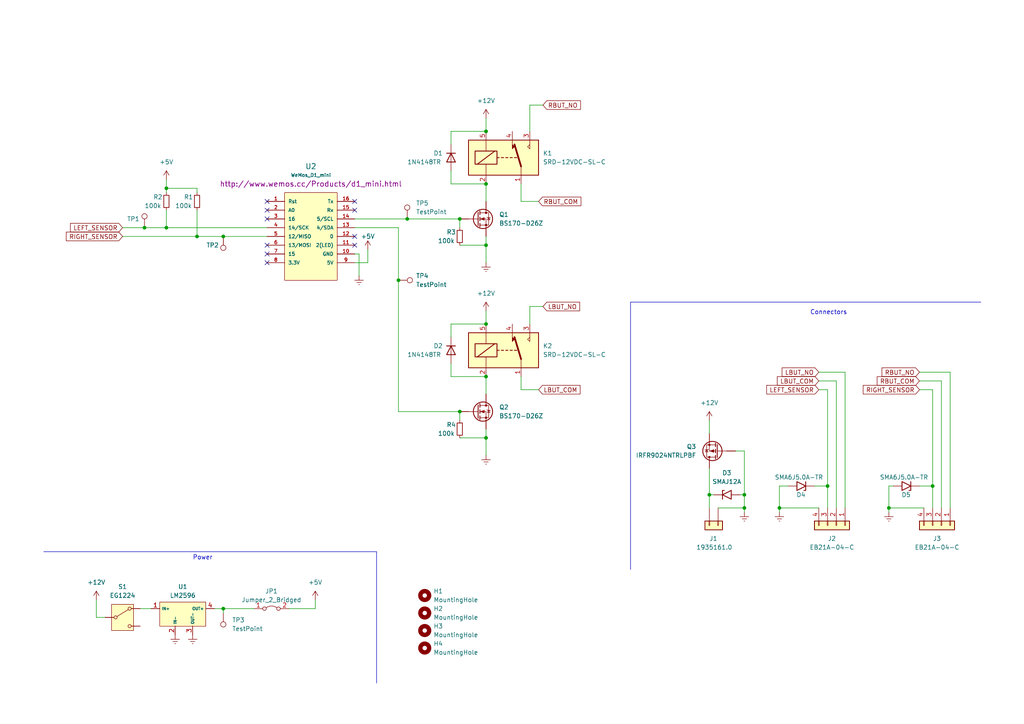
<source format=kicad_sch>
(kicad_sch (version 20230121) (generator eeschema)
  (paper "A4")
  (lib_symbols
    (symbol "000-Connectors:1935161.0" (pin_numbers hide) (pin_names (offset 0.254) hide)
      (property "Reference" "J" (at -1.27 3.81 0))
      (property "Value" "1935161.0" (at -5.08 -3.81 0))
      (symbol "1935161.0_1_1"
        (rectangle (start -1.27 -1.143) (end 0 -1.397) (stroke (width 0.1524)))
        (rectangle (start -1.27 1.397) (end 0 1.143) (stroke (width 0.1524)))
        (rectangle (start -1.27 2.54) (end 1.27 -2.54) (stroke (width 0.254)) (fill (type background)))
        (pin passive line (at -5.08 1.27 0) (length 3.81) (name "Pin_1") (number "1"))
        (pin passive line (at -5.08 -1.27 0) (length 3.81) (name "Pin_2") (number "2"))
      )
    )
    (symbol "000-Connectors:4PinScrewTerminal" (pin_names (offset 1.016) hide)
      (property "Reference" "J" (at 0 5.08 0))
      (property "Value" "EB21A-04-C" (at 0 -7.62 0))
      (symbol "4PinScrewTerminal_1_1"
        (rectangle (start -1.27 -4.953) (end 0 -5.207) (stroke (width 0.1524)))
        (rectangle (start -1.27 -2.413) (end 0 -2.667) (stroke (width 0.1524)))
        (rectangle (start -1.27 0.127) (end 0 -0.127) (stroke (width 0.1524)))
        (rectangle (start -1.27 2.667) (end 0 2.413) (stroke (width 0.1524)))
        (rectangle (start -1.27 3.81) (end 1.27 -6.35) (stroke (width 0.254)) (fill (type background)))
        (pin passive line (at -5.08 2.54 0) (length 3.81) (name "Pin_1") (number "1"))
        (pin passive line (at -5.08 0 0) (length 3.81) (name "Pin_2") (number "2"))
        (pin passive line (at -5.08 -2.54 0) (length 3.81) (name "Pin_3") (number "3"))
        (pin passive line (at -5.08 -5.08 0) (length 3.81) (name "Pin_4") (number "4"))
      )
    )
    (symbol "000-Diodes:1N4148TR" (pin_numbers hide) (pin_names (offset 0.254) hide)
      (property "Reference" "D" (at -1.27 2.54 0))
      (property "Value" "1N4148TR" (at -5.08 -2.54 0))
      (symbol "1N4148TR_1_1"
        (polyline (pts (xy 0 1.27) (xy 0 -1.27)) (stroke (width 0.254)))
        (polyline (pts (xy 2.54 0) (xy 0 0)))
        (polyline (pts (xy 2.54 1.27) (xy 2.54 -1.27) (xy 0 0) (xy 2.54 1.27)) (stroke (width 0.254)))
        (pin passive line (at -2.54 0 0) (length 2.54) (name "K") (number "1"))
        (pin passive line (at 5.08 0 180) (length 2.54) (name "A") (number "2"))
      )
    )
    (symbol "000-Diodes:SMA6J5.0A-TR" (pin_numbers hide) (pin_names (offset 1.016) hide)
      (property "Reference" "D" (at 0 2.54 0))
      (property "Value" "SMA6J5.0A-TR" (at 0 -2.54 0))
      (property "PN" "DIO-011" (at 0 0 0))
      (property "Digikey PN" "497-5938-1-ND" (at 0 0 0))
      (symbol "SMA6J5.0A-TR_0_1"
        (polyline (pts (xy -0.762 1.27) (xy -1.27 1.27) (xy -1.27 -1.27)) (stroke (width 0.254)))
        (polyline (pts (xy 1.27 1.27) (xy 1.27 -1.27) (xy -1.27 0) (xy 1.27 1.27)) (stroke (width 0.254)))
      )
      (symbol "SMA6J5.0A-TR_1_1"
        (pin passive line (at -3.81 0 0) (length 2.54) (name "A1") (number "1"))
        (pin passive line (at 3.81 0 180) (length 2.54) (name "A2") (number "2"))
      )
    )
    (symbol "000-Diodes:SMAJ12A" (pin_numbers hide) (pin_names (offset 1.016) hide)
      (property "Reference" "D" (at 0 2.54 0))
      (property "Value" "SMAJ12A" (at 0 -2.54 0))
      (symbol "SMAJ12A_0_1"
        (polyline (pts (xy -0.762 1.27) (xy -1.27 1.27) (xy -1.27 -1.27)) (stroke (width 0.254)))
        (polyline (pts (xy 1.27 1.27) (xy 1.27 -1.27) (xy -1.27 0) (xy 1.27 1.27)) (stroke (width 0.254)))
      )
      (symbol "SMAJ12A_1_1"
        (pin passive line (at -3.81 0 0) (length 2.54) (name "A1") (number "1"))
        (pin passive line (at 3.81 0 180) (length 2.54) (name "A2") (number "2"))
      )
    )
    (symbol "000-MCUs:WeMos_D1_mini" (pin_names (offset 1.016))
      (property "Reference" "U" (at 0 12.7 0))
      (property "Value" "WeMos_D1_mini" (at 0 -12.7 0))
      (property "Datasheet" "http://www.wemos.cc/Products/d1_mini.html" (at 1.27 -16.51 0))
      (symbol "WeMos_D1_mini_1_1"
        (rectangle (start -7.62 11.43) (end 7.62 -13.97) (fill (type background)))
        (pin bidirectional line (at -12.7 8.89 0) (length 5.08) (name "Rst") (number "1"))
        (pin power_in line (at 12.7 -6.35 180) (length 5.08) (name "GND") (number "10"))
        (pin bidirectional line (at 12.7 -3.81 180) (length 5.08) (name "2(LED)") (number "11"))
        (pin bidirectional line (at 12.7 -1.27 180) (length 5.08) (name "0") (number "12"))
        (pin bidirectional line (at 12.7 1.27 180) (length 5.08) (name "4/SDA") (number "13"))
        (pin bidirectional line (at 12.7 3.81 180) (length 5.08) (name "5/SCL") (number "14"))
        (pin bidirectional line (at 12.7 6.35 180) (length 5.08) (name "Rx") (number "15"))
        (pin bidirectional line (at 12.7 8.89 180) (length 5.08) (name "Tx") (number "16"))
        (pin bidirectional line (at -12.7 6.35 0) (length 5.08) (name "A0") (number "2"))
        (pin bidirectional line (at -12.7 3.81 0) (length 5.08) (name "16") (number "3"))
        (pin bidirectional line (at -12.7 1.27 0) (length 5.08) (name "14/SCK") (number "4"))
        (pin bidirectional line (at -12.7 -1.27 0) (length 5.08) (name "12/MISO") (number "5"))
        (pin bidirectional line (at -12.7 -3.81 0) (length 5.08) (name "13/MOSI") (number "6"))
        (pin bidirectional line (at -12.7 -6.35 0) (length 5.08) (name "15") (number "7"))
        (pin power_out line (at -12.7 -8.89 0) (length 5.08) (name "3.3V") (number "8"))
        (pin power_in line (at 12.7 -8.89 180) (length 5.08) (name "5V") (number "9"))
      )
    )
    (symbol "000-Misc:EG1224" (pin_numbers hide) (pin_names (offset 0.254) hide)
      (property "Reference" "S" (at -1.27 -5.08 0))
      (property "Value" "EG1224" (at -3.81 -7.62 0))
      (symbol "EG1224_0_1"
        (circle (center -2.032 0) (radius 0.4572))
        (polyline (pts (xy -1.651 0.254) (xy 1.651 2.286)))
        (circle (center 2.032 -2.54) (radius 0.4572))
        (circle (center 2.032 2.54) (radius 0.4572))
      )
      (symbol "EG1224_1_1"
        (rectangle (start -3.175 3.81) (end 3.175 -3.81) (fill (type background)))
        (pin passive line (at 5.08 -2.54 180) (length 2.54) (name "C") (number "1"))
        (pin passive line (at -5.08 0 0) (length 2.54) (name "B") (number "2"))
        (pin passive line (at 5.08 2.54 180) (length 2.54) (name "A") (number "3"))
      )
    )
    (symbol "000-Misc:LM2596Module"
      (property "Reference" "U" (at -6.35 5.715 0))
      (property "Value" "LM2596" (at 2.54 5.715 0))
      (symbol "LM2596Module_1_1"
        (rectangle (start -6.985 4.445) (end 6.35 -2.54) (fill (type background)))
        (pin passive line (at -9.525 2.54 0) (length 2.54) (name "IN+") (number "1"))
        (pin passive line (at -2.54 -5.08 90) (length 2.54) (name "IN-") (number "2"))
        (pin passive line (at 2.54 -5.08 90) (length 2.54) (name "OUT-") (number "3"))
        (pin passive line (at 8.89 2.54 180) (length 2.54) (name "OUT+") (number "4"))
      )
    )
    (symbol "000-Misc:SRD-12VDC-SL-C"
      (property "Reference" "K" (at 11.43 3.81 0))
      (property "Value" "SRD-12VDC-SL-C" (at 11.43 1.27 0))
      (symbol "SRD-12VDC-SL-C_0_0"
        (polyline (pts (xy 7.62 5.08) (xy 7.62 2.54) (xy 6.985 3.175) (xy 7.62 3.81)))
      )
      (symbol "SRD-12VDC-SL-C_0_1"
        (rectangle (start -10.16 5.08) (end 10.16 -5.08) (stroke (width 0.254)) (fill (type background)))
        (rectangle (start -8.255 1.905) (end -1.905 -1.905) (stroke (width 0.254)))
        (polyline (pts (xy -7.62 -1.905) (xy -2.54 1.905)) (stroke (width 0.254)))
        (polyline (pts (xy -5.08 -5.08) (xy -5.08 -1.905)))
        (polyline (pts (xy -5.08 5.08) (xy -5.08 1.905)))
        (polyline (pts (xy -1.905 0) (xy -1.27 0)) (stroke (width 0.254)))
        (polyline (pts (xy -0.635 0) (xy 0 0)) (stroke (width 0.254)))
        (polyline (pts (xy 0.635 0) (xy 1.27 0)) (stroke (width 0.254)))
        (polyline (pts (xy 1.905 0) (xy 2.54 0)) (stroke (width 0.254)))
        (polyline (pts (xy 3.175 0) (xy 3.81 0)) (stroke (width 0.254)))
        (polyline (pts (xy 5.08 -2.54) (xy 3.175 3.81)) (stroke (width 0.508)))
        (polyline (pts (xy 5.08 -2.54) (xy 5.08 -5.08)))
        (polyline (pts (xy 2.54 5.08) (xy 2.54 2.54) (xy 3.175 3.175) (xy 2.54 3.81)) (fill (type outline)))
      )
      (symbol "SRD-12VDC-SL-C_1_1"
        (pin passive line (at 5.08 -7.62 90) (length 2.54) (name "~") (number "1"))
        (pin passive line (at -5.08 -7.62 90) (length 2.54) (name "~") (number "2"))
        (pin passive line (at 7.62 7.62 270) (length 2.54) (name "~") (number "3"))
        (pin passive line (at 2.54 7.62 270) (length 2.54) (name "~") (number "4"))
        (pin passive line (at -5.08 7.62 270) (length 2.54) (name "~") (number "5"))
      )
    )
    (symbol "000-Mosfets:BS170-D26Z" (pin_numbers hide) (pin_names (offset 0.254) hide)
      (property "Reference" "Q" (at 0.635 -3.81 0))
      (property "Value" "BS170-D26Z" (at 0.635 -5.715 0))
      (symbol "BS170-D26Z_0_1"
        (circle (center -0.889 0) (radius 2.794) (stroke (width 0.254)))
        (circle (center 0 -1.778) (radius 0.254) (fill (type outline)))
        (polyline (pts (xy -2.286 0) (xy -5.08 0)))
        (polyline (pts (xy -2.286 1.905) (xy -2.286 -1.905)) (stroke (width 0.254)))
        (polyline (pts (xy -1.778 -1.27) (xy -1.778 -2.286)) (stroke (width 0.254)))
        (polyline (pts (xy -1.778 0.508) (xy -1.778 -0.508)) (stroke (width 0.254)))
        (polyline (pts (xy -1.778 2.286) (xy -1.778 1.27)) (stroke (width 0.254)))
        (polyline (pts (xy 0 2.54) (xy 0 1.778)))
        (polyline (pts (xy 0 -2.54) (xy 0 0) (xy -1.778 0)))
        (polyline (pts (xy -1.778 -1.778) (xy 0.762 -1.778) (xy 0.762 1.778) (xy -1.778 1.778)))
        (polyline (pts (xy -1.524 0) (xy -0.508 0.381) (xy -0.508 -0.381) (xy -1.524 0)) (fill (type outline)))
        (polyline (pts (xy 0.254 0.508) (xy 0.381 0.381) (xy 1.143 0.381) (xy 1.27 0.254)))
        (polyline (pts (xy 0.762 0.381) (xy 0.381 -0.254) (xy 1.143 -0.254) (xy 0.762 0.381)))
        (circle (center 0 1.778) (radius 0.254) (fill (type outline)))
      )
      (symbol "BS170-D26Z_1_1"
        (pin passive line (at 0 5.08 270) (length 2.54) (name "D") (number "1"))
        (pin input line (at -7.62 0 0) (length 2.54) (name "G") (number "2"))
        (pin passive line (at 0 -5.08 90) (length 2.54) (name "S") (number "3"))
      )
    )
    (symbol "000-Mosfets:IRFR9024NTRLPBF" (pin_numbers hide) (pin_names (offset 0.254) hide)
      (property "Reference" "Q" (at 0.635 -3.81 0))
      (property "Value" "IRFR9024NTRLPBF" (at 0.635 -5.715 0))
      (symbol "IRFR9024NTRLPBF_0_1"
        (circle (center -0.889 0) (radius 2.794) (stroke (width 0.254)))
        (circle (center 0 -1.778) (radius 0.254) (fill (type outline)))
        (polyline (pts (xy -2.286 0) (xy -5.08 0)))
        (polyline (pts (xy -2.286 1.905) (xy -2.286 -1.905)) (stroke (width 0.254)))
        (polyline (pts (xy -1.778 -1.27) (xy -1.778 -2.286)) (stroke (width 0.254)))
        (polyline (pts (xy -1.778 0.508) (xy -1.778 -0.508)) (stroke (width 0.254)))
        (polyline (pts (xy -1.778 2.286) (xy -1.778 1.27)) (stroke (width 0.254)))
        (polyline (pts (xy 0 2.54) (xy 0 1.778)))
        (polyline (pts (xy 0 -2.54) (xy 0 0) (xy -1.778 0)))
        (polyline (pts (xy -1.778 1.778) (xy 0.762 1.778) (xy 0.762 -1.778) (xy -1.778 -1.778)))
        (polyline (pts (xy -0.254 0) (xy -1.27 0.381) (xy -1.27 -0.381) (xy -0.254 0)) (fill (type outline)))
        (polyline (pts (xy 0.254 -0.508) (xy 0.381 -0.381) (xy 1.143 -0.381) (xy 1.27 -0.254)))
        (polyline (pts (xy 0.762 -0.381) (xy 0.381 0.254) (xy 1.143 0.254) (xy 0.762 -0.381)))
        (circle (center 0 1.778) (radius 0.254) (fill (type outline)))
      )
      (symbol "IRFR9024NTRLPBF_1_1"
        (pin input line (at -7.62 0 0) (length 2.54) (name "G") (number "1"))
        (pin passive line (at 0 5.08 270) (length 2.54) (name "D") (number "2"))
        (pin passive line (at 0 -5.08 90) (length 2.54) (name "S") (number "3"))
      )
    )
    (symbol "Connector:TestPoint" (pin_numbers hide) (pin_names (offset 0.762) hide)
      (property "Reference" "TP" (at 0 6.858 0))
      (property "Value" "TestPoint" (at 0 5.08 0))
      (symbol "TestPoint_0_1"
        (circle (center 0 3.302) (radius 0.762))
      )
      (symbol "TestPoint_1_1"
        (pin passive line (at 0 0 90) (length 2.54) (name "1") (number "1"))
      )
    )
    (symbol "Device:R_Small" (pin_numbers hide) (pin_names (offset 0.254) hide)
      (property "Reference" "R" (at 0.762 0.508 0))
      (property "Value" "R_Small" (at 0.762 -1.016 0))
      (symbol "R_Small_0_1"
        (rectangle (start -0.762 1.778) (end 0.762 -1.778) (stroke (width 0.2032)))
      )
      (symbol "R_Small_1_1"
        (pin passive line (at 0 2.54 270) (length 0.762) (name "~") (number "1"))
        (pin passive line (at 0 -2.54 90) (length 0.762) (name "~") (number "2"))
      )
    )
    (symbol "Jumper:Jumper_2_Bridged" (pin_names (offset 0) hide)
      (property "Reference" "JP" (at 0 1.905 0))
      (property "Value" "Jumper_2_Bridged" (at 0 -2.54 0))
      (symbol "Jumper_2_Bridged_0_0"
        (circle (center -2.032 0) (radius 0.508))
        (circle (center 2.032 0) (radius 0.508))
      )
      (symbol "Jumper_2_Bridged_0_1"
        (arc (start 1.524 0.254) (mid 0 0.762) (end -1.524 0.254))
      )
      (symbol "Jumper_2_Bridged_1_1"
        (pin passive line (at -5.08 0 0) (length 2.54) (name "A") (number "1"))
        (pin passive line (at 5.08 0 180) (length 2.54) (name "B") (number "2"))
      )
    )
    (symbol "Mechanical:MountingHole" (pin_names (offset 1.016))
      (property "Reference" "H" (at 0 5.08 0))
      (property "Value" "MountingHole" (at 0 3.175 0))
      (symbol "MountingHole_0_1"
        (circle (center 0 0) (radius 1.27) (stroke (width 1.27)))
      )
    )
    (symbol "power:+12V" (power) (pin_names (offset 0))
      (property "Value" "+12V" (at 0 3.556 0))
      (symbol "+12V_0_1"
        (polyline (pts (xy -0.762 1.27) (xy 0 2.54)))
        (polyline (pts (xy 0 0) (xy 0 2.54)))
        (polyline (pts (xy 0 2.54) (xy 0.762 1.27)))
      )
      (symbol "+12V_1_1"
        (pin power_in line (at 0 0 90) (length 0) hide (name "+12V") (number "1"))
      )
    )
    (symbol "power:+5V" (power) (pin_names (offset 0))
      (property "Value" "+5V" (at 0 3.556 0))
      (symbol "+5V_0_1"
        (polyline (pts (xy -0.762 1.27) (xy 0 2.54)))
        (polyline (pts (xy 0 0) (xy 0 2.54)))
        (polyline (pts (xy 0 2.54) (xy 0.762 1.27)))
      )
      (symbol "+5V_1_1"
        (pin power_in line (at 0 0 90) (length 0) hide (name "+5V") (number "1"))
      )
    )
    (symbol "power:Earth" (power) (pin_names (offset 0))
      (symbol "Earth_0_1"
        (polyline (pts (xy -0.635 -1.905) (xy 0.635 -1.905)))
        (polyline (pts (xy -0.127 -2.54) (xy 0.127 -2.54)))
        (polyline (pts (xy 0 -1.27) (xy 0 0)))
        (polyline (pts (xy 1.27 -1.27) (xy -1.27 -1.27)))
      )
      (symbol "Earth_1_1"
        (pin power_in line (at 0 0 270) (length 0) hide (name "Earth") (number "1"))
      )
    )
  )
  (junction (at 48.26 54.61))
  (junction (at 140.97 127))
  (junction (at 41.91 66.04))
  (junction (at 215.9 147.32))
  (junction (at 215.9 143.51))
  (junction (at 257.81 147.32))
  (junction (at 226.06 147.32))
  (junction (at 133.35 119.38))
  (junction (at 140.97 93.98))
  (junction (at 64.77 68.58))
  (junction (at 140.97 53.34))
  (junction (at 64.77 176.53))
  (junction (at 270.51 140.97))
  (junction (at 140.97 38.1))
  (junction (at 115.57 81.28))
  (junction (at 205.74 143.51))
  (junction (at 240.03 140.97))
  (junction (at 140.97 109.22))
  (junction (at 57.15 68.58))
  (junction (at 48.26 66.04))
  (junction (at 118.11 63.5))
  (junction (at 140.97 71.12))
  (junction (at 133.35 63.5))
  (no_connect (at 77.47 76.2))
  (no_connect (at 77.47 58.42))
  (no_connect (at 77.47 73.66))
  (no_connect (at 77.47 71.12))
  (no_connect (at 77.47 63.5))
  (no_connect (at 102.87 60.96))
  (no_connect (at 77.47 60.96))
  (no_connect (at 102.87 68.58))
  (no_connect (at 102.87 71.12))
  (no_connect (at 102.87 58.42))
  (wire (pts (xy 226.06 140.97) (xy 226.06 147.32)))
  (wire (pts (xy 35.56 66.04) (xy 41.91 66.04)))
  (wire (pts (xy 266.7 140.97) (xy 270.51 140.97)))
  (wire (pts (xy 157.48 88.9) (xy 153.67 88.9)))
  (wire (pts (xy 140.97 109.22) (xy 140.97 114.3)))
  (wire (pts (xy 205.74 143.51) (xy 205.74 147.32)))
  (wire (pts (xy 48.26 52.07) (xy 48.26 54.61)))
  (wire (pts (xy 240.03 113.03) (xy 240.03 140.97)))
  (wire (pts (xy 266.7 110.49) (xy 273.05 110.49)))
  (wire (pts (xy 62.23 176.53) (xy 64.77 176.53)))
  (wire (pts (xy 140.97 76.2) (xy 140.97 71.12)))
  (wire (pts (xy 102.87 66.04) (xy 115.57 66.04)))
  (wire (pts (xy 140.97 127) (xy 140.97 124.46)))
  (wire (pts (xy 153.67 88.9) (xy 153.67 93.98)))
  (wire (pts (xy 102.87 76.2) (xy 106.68 76.2)))
  (wire (pts (xy 118.11 63.5) (xy 133.35 63.5)))
  (wire (pts (xy 130.81 49.53) (xy 130.81 53.34)))
  (wire (pts (xy 257.81 140.97) (xy 257.81 147.32)))
  (wire (pts (xy 115.57 66.04) (xy 115.57 81.28)))
  (wire (pts (xy 57.15 60.96) (xy 57.15 68.58)))
  (wire (pts (xy 140.97 53.34) (xy 140.97 58.42)))
  (wire (pts (xy 270.51 113.03) (xy 270.51 140.97)))
  (wire (pts (xy 259.08 140.97) (xy 257.81 140.97)))
  (wire (pts (xy 48.26 54.61) (xy 48.26 55.88)))
  (wire (pts (xy 205.74 121.92) (xy 205.74 125.73)))
  (wire (pts (xy 133.35 121.92) (xy 133.35 119.38)))
  (wire (pts (xy 57.15 68.58) (xy 64.77 68.58)))
  (wire (pts (xy 41.91 66.04) (xy 48.26 66.04)))
  (wire (pts (xy 130.81 97.79) (xy 130.81 93.98)))
  (wire (pts (xy 130.81 38.1) (xy 140.97 38.1)))
  (wire (pts (xy 242.57 110.49) (xy 242.57 147.32)))
  (wire (pts (xy 91.44 176.53) (xy 91.44 173.99)))
  (wire (pts (xy 64.77 68.58) (xy 77.47 68.58)))
  (wire (pts (xy 156.21 113.03) (xy 151.13 113.03)))
  (wire (pts (xy 64.77 176.53) (xy 73.66 176.53)))
  (wire (pts (xy 27.94 179.07) (xy 27.94 173.99)))
  (wire (pts (xy 140.97 90.17) (xy 140.97 93.98)))
  (wire (pts (xy 153.67 30.48) (xy 153.67 38.1)))
  (wire (pts (xy 140.97 34.29) (xy 140.97 38.1)))
  (wire (pts (xy 102.87 73.66) (xy 104.14 73.66)))
  (wire (pts (xy 257.81 147.32) (xy 267.97 147.32)))
  (wire (pts (xy 48.26 66.04) (xy 77.47 66.04)))
  (polyline (pts (xy 182.88 165.1) (xy 182.88 87.63)))
  (wire (pts (xy 83.82 176.53) (xy 91.44 176.53)))
  (wire (pts (xy 130.81 109.22) (xy 140.97 109.22)))
  (wire (pts (xy 130.81 53.34) (xy 140.97 53.34)))
  (wire (pts (xy 215.9 147.32) (xy 215.9 148.59)))
  (polyline (pts (xy 12.7 160.02) (xy 109.22 160.02)))
  (wire (pts (xy 226.06 147.32) (xy 226.06 148.59)))
  (wire (pts (xy 245.11 107.95) (xy 245.11 147.32)))
  (wire (pts (xy 57.15 54.61) (xy 57.15 55.88)))
  (wire (pts (xy 104.14 73.66) (xy 104.14 80.01)))
  (wire (pts (xy 140.97 132.08) (xy 140.97 127)))
  (wire (pts (xy 215.9 130.81) (xy 215.9 143.51)))
  (wire (pts (xy 240.03 140.97) (xy 240.03 147.32)))
  (wire (pts (xy 64.77 177.8) (xy 64.77 176.53)))
  (wire (pts (xy 266.7 113.03) (xy 270.51 113.03)))
  (wire (pts (xy 27.94 179.07) (xy 30.48 179.07)))
  (wire (pts (xy 237.49 107.95) (xy 245.11 107.95)))
  (wire (pts (xy 140.97 71.12) (xy 140.97 68.58)))
  (wire (pts (xy 115.57 119.38) (xy 133.35 119.38)))
  (wire (pts (xy 205.74 135.89) (xy 205.74 143.51)))
  (wire (pts (xy 48.26 54.61) (xy 57.15 54.61)))
  (wire (pts (xy 133.35 63.5) (xy 133.35 66.04)))
  (wire (pts (xy 102.87 63.5) (xy 118.11 63.5)))
  (polyline (pts (xy 109.22 160.02) (xy 109.22 198.12)))
  (wire (pts (xy 213.36 130.81) (xy 215.9 130.81)))
  (wire (pts (xy 35.56 68.58) (xy 57.15 68.58)))
  (polyline (pts (xy 182.88 165.1) (xy 182.88 165.1)))
  (wire (pts (xy 106.68 76.2) (xy 106.68 72.39)))
  (wire (pts (xy 157.48 30.48) (xy 153.67 30.48)))
  (wire (pts (xy 215.9 143.51) (xy 215.9 147.32)))
  (wire (pts (xy 237.49 110.49) (xy 242.57 110.49)))
  (wire (pts (xy 130.81 105.41) (xy 130.81 109.22)))
  (wire (pts (xy 40.64 176.53) (xy 43.815 176.53)))
  (wire (pts (xy 133.35 71.12) (xy 140.97 71.12)))
  (wire (pts (xy 270.51 140.97) (xy 270.51 147.32)))
  (wire (pts (xy 228.6 140.97) (xy 226.06 140.97)))
  (wire (pts (xy 257.81 147.32) (xy 257.81 148.59)))
  (wire (pts (xy 266.7 107.95) (xy 275.59 107.95)))
  (wire (pts (xy 48.26 60.96) (xy 48.26 66.04)))
  (wire (pts (xy 156.21 58.42) (xy 151.13 58.42)))
  (wire (pts (xy 208.28 147.32) (xy 215.9 147.32)))
  (wire (pts (xy 237.49 113.03) (xy 240.03 113.03)))
  (wire (pts (xy 275.59 107.95) (xy 275.59 147.32)))
  (wire (pts (xy 226.06 147.32) (xy 237.49 147.32)))
  (wire (pts (xy 130.81 93.98) (xy 140.97 93.98)))
  (wire (pts (xy 236.22 140.97) (xy 240.03 140.97)))
  (wire (pts (xy 273.05 110.49) (xy 273.05 147.32)))
  (wire (pts (xy 133.35 127) (xy 140.97 127)))
  (wire (pts (xy 214.63 143.51) (xy 215.9 143.51)))
  (wire (pts (xy 151.13 58.42) (xy 151.13 53.34)))
  (wire (pts (xy 205.74 143.51) (xy 207.01 143.51)))
  (wire (pts (xy 115.57 81.28) (xy 115.57 119.38)))
  (wire (pts (xy 151.13 113.03) (xy 151.13 109.22)))
  (wire (pts (xy 130.81 41.91) (xy 130.81 38.1)))
  (polyline (pts (xy 284.48 87.63) (xy 182.88 87.63)))
  (text "Connectors" (at 234.95 91.44 0) (effects (font (size 1.27 1.27)) (justify left bottom)))
  (text "Power" (at 55.88 162.56 0) (effects (font (size 1.27 1.27)) (justify left bottom)))
  (global_label "RIGHT_SENSOR" (shape input) (at 266.7 113.03 180) (property "Intersheetrefs" "${INTERSHEET_REFS}" (effects hide)))
  (global_label "LBUT_COM" (shape input) (at 156.21 113.03 0) (property "Intersheetrefs" "${INTERSHEET_REFS}" (effects hide)))
  (global_label "LEFT_SENSOR" (shape input) (at 35.56 66.04 180) (property "Intersheetrefs" "${INTERSHEET_REFS}" (effects hide)))
  (global_label "RIGHT_SENSOR" (shape input) (at 35.56 68.58 180) (property "Intersheetrefs" "${INTERSHEET_REFS}" (effects hide)))
  (global_label "RBUT_COM" (shape input) (at 156.21 58.42 0) (property "Intersheetrefs" "${INTERSHEET_REFS}" (effects hide)))
  (global_label "LBUT_NO" (shape input) (at 157.48 88.9 0) (property "Intersheetrefs" "${INTERSHEET_REFS}" (effects hide)))
  (global_label "LEFT_SENSOR" (shape input) (at 237.49 113.03 180) (property "Intersheetrefs" "${INTERSHEET_REFS}" (effects hide)))
  (global_label "RBUT_NO" (shape input) (at 157.48 30.48 0) (property "Intersheetrefs" "${INTERSHEET_REFS}" (effects hide)))
  (global_label "RBUT_COM" (shape input) (at 266.7 110.49 180) (property "Intersheetrefs" "${INTERSHEET_REFS}" (effects hide)))
  (global_label "LBUT_NO" (shape input) (at 237.49 107.95 180) (property "Intersheetrefs" "${INTERSHEET_REFS}" (effects hide)))
  (global_label "RBUT_NO" (shape input) (at 266.7 107.95 180) (property "Intersheetrefs" "${INTERSHEET_REFS}" (effects hide)))
  (global_label "LBUT_COM" (shape input) (at 237.49 110.49 180) (property "Intersheetrefs" "${INTERSHEET_REFS}" (effects hide)))
  (symbol (lib_id "Mechanical:MountingHole") (at 123.19 187.96 0) (unit 1)
    (property "Reference" "H4" (at 125.73 186.69 0) (effects (justify left)))
    (property "Value" "MountingHole" (at 125.73 189.23 0) (effects (justify left)))
    (property "Footprint" "MountingHole:MountingHole_3.2mm_M3" (effects hide))
  )
  (symbol (lib_id "power:+12V") (at 140.97 34.29 0) (unit 1)
    (property "Reference" "#PWR08" (effects hide))
    (property "Value" "+12V" (at 140.97 29.21 0))
  )
  (symbol (lib_id "000-Misc:EG1224") (at 35.56 179.07 0) (unit 1)
    (property "Reference" "S1" (at 35.56 170.18 0))
    (property "Value" "EG1224" (at 35.56 172.72 0))
    (property "Footprint" "000-Footprints:SW_E-Switch_EG1224_SPDT_Angled" (effects hide))
    (property "PN" "MISC-006" (effects hide))
    (property "Digikey PN" "EG2585-ND" (effects hide))
  )
  (symbol (lib_id "000-Connectors:1935161.0") (at 207.01 152.4 270) (unit 1)
    (property "Reference" "J1" (at 205.74 156.21 90) (effects (justify left)))
    (property "Value" "1935161.0" (at 201.93 158.75 90) (effects (justify left)))
    (property "Footprint" "TerminalBlock:TerminalBlock_bornier-2_P5.08mm" (effects hide))
    (property "PN" "CON-005" (effects hide))
    (property "Digikey PN" "277-1667-ND" (effects hide))
  )
  (symbol (lib_id "000-Diodes:1N4148TR") (at 130.81 44.45 270) (unit 1)
    (property "Reference" "D1" (at 125.73 44.45 90) (effects (justify left)))
    (property "Value" "1N4148TR" (at 118.11 46.99 90) (effects (justify left)))
    (property "Footprint" "Diode_THT:D_DO-35_SOD27_P10.16mm_Horizontal" (effects hide))
    (property "PN" "DIO-004" (effects hide))
    (property "Digikey PN" "1N4148FSCT-ND" (effects hide))
  )
  (symbol (lib_id "power:Earth") (at 104.14 80.01 0) (unit 1)
    (property "Reference" "#PWR06" (effects hide))
    (property "Value" "Earth" (effects hide))
  )
  (symbol (lib_id "000-MCUs:WeMos_D1_mini") (at 90.17 67.31 0) (unit 1)
    (property "Reference" "U2" (at 90.17 48.26 0) (effects (font (size 1.524 1.524))))
    (property "Value" "WeMos_D1_mini" (at 90.17 50.8 0) (effects (font (size 1 1))))
    (property "Footprint" "000-Footprints:wemos-d1-mini-with-pin-header-and-connector" (effects hide))
    (property "Datasheet" "http://www.wemos.cc/Products/d1_mini.html" (at 90.17 53.34 0) (effects (font (size 1.524 1.524))))
  )
  (symbol (lib_id "Jumper:Jumper_2_Bridged") (at 78.74 176.53 0) (unit 1)
    (property "Reference" "JP1" (at 78.74 171.45 0))
    (property "Value" "Jumper_2_Bridged" (at 78.74 173.99 0))
    (property "Footprint" "Connector_PinHeader_2.54mm:PinHeader_1x02_P2.54mm_Vertical" (effects hide))
  )
  (symbol (lib_id "power:+5V") (at 91.44 173.99 0) (unit 1)
    (property "Reference" "#PWR05" (effects hide))
    (property "Value" "+5V" (at 91.44 168.91 0))
  )
  (symbol (lib_id "power:Earth") (at 226.06 148.59 0) (unit 1)
    (property "Reference" "#PWR014" (effects hide))
    (property "Value" "Earth" (effects hide))
  )
  (symbol (lib_id "power:Earth") (at 50.8 184.15 0) (unit 1)
    (property "Reference" "#PWR02" (effects hide))
    (property "Value" "Earth" (effects hide))
  )
  (symbol (lib_id "Device:R_Small") (at 133.35 124.46 0) (unit 1)
    (property "Reference" "R4" (at 129.54 123.19 0) (effects (justify left)))
    (property "Value" "100k" (at 127 125.73 0) (effects (justify left)))
    (property "Footprint" "Resistor_THT:R_Axial_DIN0207_L6.3mm_D2.5mm_P15.24mm_Horizontal" (effects hide))
  )
  (symbol (lib_id "Mechanical:MountingHole") (at 123.19 177.8 0) (unit 1)
    (property "Reference" "H2" (at 125.73 176.53 0) (effects (justify left)))
    (property "Value" "MountingHole" (at 125.73 179.07 0) (effects (justify left)))
    (property "Footprint" "MountingHole:MountingHole_3.2mm_M3" (effects hide))
  )
  (symbol (lib_id "power:Earth") (at 140.97 76.2 0) (unit 1)
    (property "Reference" "#PWR09" (effects hide))
    (property "Value" "Earth" (effects hide))
  )
  (symbol (lib_id "power:+5V") (at 106.68 72.39 0) (unit 1)
    (property "Reference" "#PWR07" (effects hide))
    (property "Value" "+5V" (at 106.68 68.58 0))
  )
  (symbol (lib_id "Mechanical:MountingHole") (at 123.19 172.72 0) (unit 1)
    (property "Reference" "H1" (at 125.73 171.45 0) (effects (justify left)))
    (property "Value" "MountingHole" (at 125.73 173.99 0) (effects (justify left)))
    (property "Footprint" "MountingHole:MountingHole_3.2mm_M3" (effects hide))
  )
  (symbol (lib_id "000-Misc:SRD-12VDC-SL-C") (at 146.05 45.72 0) (unit 1)
    (property "Reference" "K1" (at 157.48 44.45 0) (effects (justify left)))
    (property "Value" "SRD-12VDC-SL-C" (at 157.48 46.99 0) (effects (justify left)))
    (property "Footprint" "000-Footprints:Relay_SPDT_Songle" (effects hide))
    (property "Datasheet" "https://www.finder-relais.net/de/finder-relais-serie-40.pdf" (effects hide))
  )
  (symbol (lib_id "power:Earth") (at 140.97 132.08 0) (unit 1)
    (property "Reference" "#PWR011" (effects hide))
    (property "Value" "Earth" (effects hide))
  )
  (symbol (lib_id "000-Diodes:SMA6J5.0A-TR") (at 232.41 140.97 180) (unit 1)
    (property "Reference" "D4" (at 233.68 143.51 0) (effects (justify left)))
    (property "Value" "SMA6J5.0A-TR" (at 238.76 138.43 0) (effects (justify left)))
    (property "Footprint" "Diode_SMD:D_SMA_Handsoldering" (effects hide))
    (property "Datasheet" "https://www.st.com/content/ccc/resource/technical/document/datasheet/56/26/d7/6f/22/8c/4e/b3/CD00152688.pdf/files/CD00152688.pdf/_jcr_content/translations/en.CD00152688.pdf" (effects hide))
    (property "PN" "DIO-011" (effects hide))
    (property "Digikey PN" "497-5938-1-ND" (effects hide))
  )
  (symbol (lib_id "power:+5V") (at 48.26 52.07 0) (unit 1)
    (property "Reference" "#PWR03" (effects hide))
    (property "Value" "+5V" (at 48.26 46.99 0))
  )
  (symbol (lib_id "Device:R_Small") (at 48.26 58.42 0) (unit 1)
    (property "Reference" "R2" (at 44.45 57.15 0) (effects (justify left)))
    (property "Value" "100k" (at 41.91 59.69 0) (effects (justify left)))
    (property "Footprint" "Resistor_THT:R_Axial_DIN0207_L6.3mm_D2.5mm_P15.24mm_Horizontal" (effects hide))
  )
  (symbol (lib_id "power:Earth") (at 55.88 184.15 0) (unit 1)
    (property "Reference" "#PWR04" (effects hide))
    (property "Value" "Earth" (effects hide))
  )
  (symbol (lib_id "power:Earth") (at 215.9 148.59 0) (unit 1)
    (property "Reference" "#PWR013" (effects hide))
    (property "Value" "Earth" (effects hide))
  )
  (symbol (lib_id "power:+12V") (at 140.97 90.17 0) (unit 1)
    (property "Reference" "#PWR010" (effects hide))
    (property "Value" "+12V" (at 140.97 85.09 0))
  )
  (symbol (lib_id "Device:R_Small") (at 57.15 58.42 0) (unit 1)
    (property "Reference" "R1" (at 53.34 57.15 0) (effects (justify left)))
    (property "Value" "100k" (at 50.8 59.69 0) (effects (justify left)))
    (property "Footprint" "Resistor_THT:R_Axial_DIN0207_L6.3mm_D2.5mm_P15.24mm_Horizontal" (effects hide))
  )
  (symbol (lib_id "000-Mosfets:BS170-D26Z") (at 140.97 119.38 0) (unit 1)
    (property "Reference" "Q2" (at 144.78 118.11 0) (effects (justify left)))
    (property "Value" "BS170-D26Z" (at 144.78 120.65 0) (effects (justify left)))
    (property "Footprint" "Package_TO_SOT_THT:TO-92_Inline_Wide" (effects hide))
    (property "PN" "FET-002" (effects hide))
    (property "Digikey PN" "BS170-D26ZCT-ND" (effects hide))
  )
  (symbol (lib_id "power:+12V") (at 205.74 121.92 0) (unit 1)
    (property "Reference" "#PWR012" (effects hide))
    (property "Value" "+12V" (at 205.74 116.84 0))
  )
  (symbol (lib_id "Device:R_Small") (at 133.35 68.58 0) (unit 1)
    (property "Reference" "R3" (at 129.54 67.31 0) (effects (justify left)))
    (property "Value" "100k" (at 127 69.85 0) (effects (justify left)))
    (property "Footprint" "Resistor_THT:R_Axial_DIN0207_L6.3mm_D2.5mm_P15.24mm_Horizontal" (effects hide))
  )
  (symbol (lib_id "000-Misc:SRD-12VDC-SL-C") (at 146.05 101.6 0) (unit 1)
    (property "Reference" "K2" (at 157.48 100.33 0) (effects (justify left)))
    (property "Value" "SRD-12VDC-SL-C" (at 157.48 102.87 0) (effects (justify left)))
    (property "Footprint" "000-Footprints:Relay_SPDT_Songle" (effects hide))
    (property "Datasheet" "https://www.finder-relais.net/de/finder-relais-serie-40.pdf" (effects hide))
  )
  (symbol (lib_id "000-Connectors:4PinScrewTerminal") (at 273.05 152.4 270) (unit 1)
    (property "Reference" "J3" (at 271.78 156.21 90))
    (property "Value" "EB21A-04-C" (at 271.78 158.75 90))
    (property "Footprint" "TerminalBlock:TerminalBlock_bornier-4_P5.08mm" (effects hide))
  )
  (symbol (lib_id "Connector:TestPoint") (at 41.91 66.04 0) (unit 1)
    (property "Reference" "TP1" (at 36.83 63.5 0) (effects (justify left)))
    (property "Value" "TestPoint" (effects hide))
    (property "Footprint" "TestPoint:TestPoint_Pad_1.5x1.5mm" (effects hide))
  )
  (symbol (lib_id "Mechanical:MountingHole") (at 123.19 182.88 0) (unit 1)
    (property "Reference" "H3" (at 125.73 181.61 0) (effects (justify left)))
    (property "Value" "MountingHole" (at 125.73 184.15 0) (effects (justify left)))
    (property "Footprint" "MountingHole:MountingHole_3.2mm_M3" (effects hide))
  )
  (symbol (lib_id "000-Diodes:1N4148TR") (at 130.81 100.33 270) (unit 1)
    (property "Reference" "D2" (at 125.73 100.33 90) (effects (justify left)))
    (property "Value" "1N4148TR" (at 118.11 102.87 90) (effects (justify left)))
    (property "Footprint" "Diode_THT:D_DO-35_SOD27_P10.16mm_Horizontal" (effects hide))
    (property "PN" "DIO-004" (effects hide))
    (property "Digikey PN" "1N4148FSCT-ND" (effects hide))
  )
  (symbol (lib_id "000-Mosfets:BS170-D26Z") (at 140.97 63.5 0) (unit 1)
    (property "Reference" "Q1" (at 144.78 62.23 0) (effects (justify left)))
    (property "Value" "BS170-D26Z" (at 144.78 64.77 0) (effects (justify left)))
    (property "Footprint" "Package_TO_SOT_THT:TO-92_Inline_Wide" (effects hide))
    (property "PN" "FET-002" (effects hide))
    (property "Digikey PN" "BS170-D26ZCT-ND" (effects hide))
  )
  (symbol (lib_id "Connector:TestPoint") (at 64.77 177.8 180) (unit 1)
    (property "Reference" "TP3" (at 67.31 179.832 0) (effects (justify right)))
    (property "Value" "TestPoint" (at 67.31 182.372 0) (effects (justify right)))
    (property "Footprint" "TestPoint:TestPoint_Pad_1.5x1.5mm" (effects hide))
  )
  (symbol (lib_id "000-Misc:LM2596Module") (at 53.34 179.07 0) (unit 1)
    (property "Reference" "U1" (at 53.0225 170.18 0))
    (property "Value" "LM2596" (at 53.0225 172.72 0))
    (property "Footprint" "000-Footprints:LM2596Module" (effects hide))
    (property "PN" "MISC-009" (effects hide))
    (property "Digikey PN" "https://a.co/d/2OIi4nQ" (effects hide))
  )
  (symbol (lib_id "000-Mosfets:IRFR9024NTRLPBF") (at 205.74 130.81 180) (unit 1)
    (property "Reference" "Q3" (at 201.93 129.54 0) (effects (justify left)))
    (property "Value" "IRFR9024NTRLPBF" (at 201.93 132.08 0) (effects (justify left)))
    (property "Footprint" "Package_TO_SOT_SMD:TO-252-2" (effects hide))
    (property "PN" "FET-007" (effects hide))
    (property "Digikey PN" "IRFR9024NTRLPBFCT-ND" (effects hide))
  )
  (symbol (lib_id "Connector:TestPoint") (at 115.57 81.28 270) (unit 1)
    (property "Reference" "TP4" (at 120.65 80.01 90) (effects (justify left)))
    (property "Value" "TestPoint" (at 120.65 82.55 90) (effects (justify left)))
    (property "Footprint" "TestPoint:TestPoint_Pad_1.5x1.5mm" (effects hide))
  )
  (symbol (lib_id "power:Earth") (at 257.81 148.59 0) (unit 1)
    (property "Reference" "#PWR015" (effects hide))
    (property "Value" "Earth" (effects hide))
  )
  (symbol (lib_id "000-Connectors:4PinScrewTerminal") (at 242.57 152.4 270) (unit 1)
    (property "Reference" "J2" (at 241.3 156.21 90))
    (property "Value" "EB21A-04-C" (at 241.3 158.75 90))
    (property "Footprint" "TerminalBlock:TerminalBlock_bornier-4_P5.08mm" (effects hide))
  )
  (symbol (lib_id "Connector:TestPoint") (at 64.77 68.58 180) (unit 1)
    (property "Reference" "TP2" (at 63.5 71.12 0) (effects (justify left)))
    (property "Value" "TestPoint" (effects hide))
    (property "Footprint" "TestPoint:TestPoint_Pad_1.5x1.5mm" (effects hide))
  )
  (symbol (lib_id "000-Diodes:SMAJ12A") (at 210.82 143.51 0) (unit 1)
    (property "Reference" "D3" (at 210.82 137.16 0))
    (property "Value" "SMAJ12A" (at 210.82 139.7 0))
    (property "Footprint" "Diode_SMD:D_SMA_Handsoldering" (effects hide))
    (property "Datasheet" "https://www.littelfuse.com/~/media/electronics/datasheets/tvs_diodes/littelfuse_tvs_diode_smaj_datasheet.pdf.pdf" (effects hide))
    (property "PN" "DIO-014" (effects hide))
    (property "Digikey PN" "SMAJ12ALFCT-ND" (effects hide))
  )
  (symbol (lib_id "power:+12V") (at 27.94 173.99 0) (unit 1)
    (property "Reference" "#PWR01" (effects hide))
    (property "Value" "+12V" (at 27.94 168.91 0))
  )
  (symbol (lib_id "Connector:TestPoint") (at 118.11 63.5 0) (unit 1)
    (property "Reference" "TP5" (at 120.65 58.928 0) (effects (justify left)))
    (property "Value" "TestPoint" (at 120.65 61.468 0) (effects (justify left)))
    (property "Footprint" "TestPoint:TestPoint_Pad_1.5x1.5mm" (effects hide))
  )
  (symbol (lib_id "000-Diodes:SMA6J5.0A-TR") (at 262.89 140.97 180) (unit 1)
    (property "Reference" "D5" (at 264.16 143.51 0) (effects (justify left)))
    (property "Value" "SMA6J5.0A-TR" (at 269.24 138.43 0) (effects (justify left)))
    (property "Footprint" "Diode_SMD:D_SMA_Handsoldering" (effects hide))
    (property "Datasheet" "https://www.st.com/content/ccc/resource/technical/document/datasheet/56/26/d7/6f/22/8c/4e/b3/CD00152688.pdf/files/CD00152688.pdf/_jcr_content/translations/en.CD00152688.pdf" (effects hide))
    (property "PN" "DIO-011" (effects hide))
    (property "Digikey PN" "497-5938-1-ND" (effects hide))
  )
)
</source>
